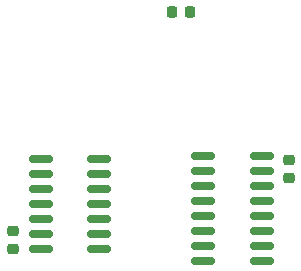
<source format=gtp>
G04 #@! TF.GenerationSoftware,KiCad,Pcbnew,6.0.4-6f826c9f35~116~ubuntu18.04.1*
G04 #@! TF.CreationDate,2022-06-01T20:55:35+10:00*
G04 #@! TF.ProjectId,256KROM,3235364b-524f-44d2-9e6b-696361645f70,rev?*
G04 #@! TF.SameCoordinates,Original*
G04 #@! TF.FileFunction,Paste,Top*
G04 #@! TF.FilePolarity,Positive*
%FSLAX46Y46*%
G04 Gerber Fmt 4.6, Leading zero omitted, Abs format (unit mm)*
G04 Created by KiCad (PCBNEW 6.0.4-6f826c9f35~116~ubuntu18.04.1) date 2022-06-01 20:55:35*
%MOMM*%
%LPD*%
G01*
G04 APERTURE LIST*
G04 Aperture macros list*
%AMRoundRect*
0 Rectangle with rounded corners*
0 $1 Rounding radius*
0 $2 $3 $4 $5 $6 $7 $8 $9 X,Y pos of 4 corners*
0 Add a 4 corners polygon primitive as box body*
4,1,4,$2,$3,$4,$5,$6,$7,$8,$9,$2,$3,0*
0 Add four circle primitives for the rounded corners*
1,1,$1+$1,$2,$3*
1,1,$1+$1,$4,$5*
1,1,$1+$1,$6,$7*
1,1,$1+$1,$8,$9*
0 Add four rect primitives between the rounded corners*
20,1,$1+$1,$2,$3,$4,$5,0*
20,1,$1+$1,$4,$5,$6,$7,0*
20,1,$1+$1,$6,$7,$8,$9,0*
20,1,$1+$1,$8,$9,$2,$3,0*%
G04 Aperture macros list end*
%ADD10RoundRect,0.150000X-0.825000X-0.150000X0.825000X-0.150000X0.825000X0.150000X-0.825000X0.150000X0*%
%ADD11RoundRect,0.150000X0.825000X0.150000X-0.825000X0.150000X-0.825000X-0.150000X0.825000X-0.150000X0*%
%ADD12RoundRect,0.225000X-0.250000X0.225000X-0.250000X-0.225000X0.250000X-0.225000X0.250000X0.225000X0*%
%ADD13RoundRect,0.225000X0.250000X-0.225000X0.250000X0.225000X-0.250000X0.225000X-0.250000X-0.225000X0*%
%ADD14RoundRect,0.225000X0.225000X0.250000X-0.225000X0.250000X-0.225000X-0.250000X0.225000X-0.250000X0*%
G04 APERTURE END LIST*
D10*
X114684000Y-128270000D03*
X114684000Y-129540000D03*
X114684000Y-130810000D03*
X114684000Y-132080000D03*
X114684000Y-133350000D03*
X114684000Y-134620000D03*
X114684000Y-135890000D03*
X114684000Y-137160000D03*
X119634000Y-137160000D03*
X119634000Y-135890000D03*
X119634000Y-134620000D03*
X119634000Y-133350000D03*
X119634000Y-132080000D03*
X119634000Y-130810000D03*
X119634000Y-129540000D03*
X119634000Y-128270000D03*
D11*
X105853000Y-136144000D03*
X105853000Y-134874000D03*
X105853000Y-133604000D03*
X105853000Y-132334000D03*
X105853000Y-131064000D03*
X105853000Y-129794000D03*
X105853000Y-128524000D03*
X100903000Y-128524000D03*
X100903000Y-129794000D03*
X100903000Y-131064000D03*
X100903000Y-132334000D03*
X100903000Y-133604000D03*
X100903000Y-134874000D03*
X100903000Y-136144000D03*
D12*
X121920000Y-128625000D03*
X121920000Y-130175000D03*
D13*
X98552000Y-136170000D03*
X98552000Y-134620000D03*
D14*
X113551000Y-116078000D03*
X112001000Y-116078000D03*
M02*

</source>
